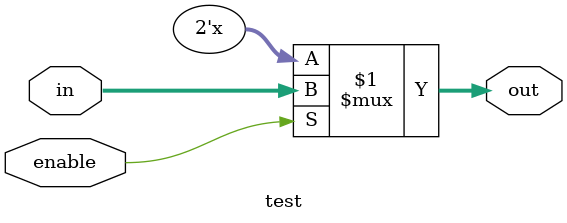
<source format=v>
module test(input [1:0] in, input enable, output [1:0] out);
assign out = enable ? in : 2'bzz;
endmodule

</source>
